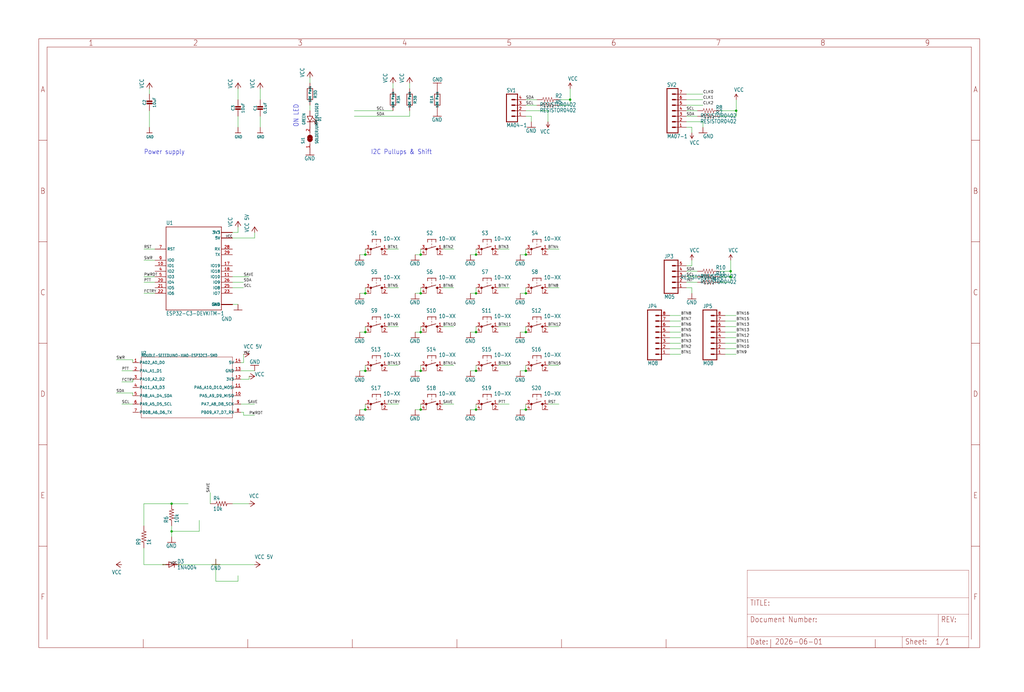
<source format=kicad_sch>
(kicad_sch (version 20231120) (generator "eeschema") (generator_version "8.0")
  (paper "User" 469.9 317.627)
  (junction (at 78.74 231.14))
  (junction (at 167.64 134.62))
  (junction (at 241.3 116.84))
  (junction (at 218.44 152.4))
  (junction (at 193.04 187.96))
  (junction (at 337.82 50.8))
  (junction (at 78.74 243.84))
  (junction (at 241.3 170.18))
  (junction (at 218.44 116.84))
  (junction (at 218.44 170.18))
  (junction (at 167.64 152.4))
  (junction (at 241.3 152.4))
  (junction (at 167.64 187.96))
  (junction (at 218.44 187.96))
  (junction (at 241.3 187.96))
  (junction (at 335.28 127))
  (junction (at 261.62 45.72))
  (junction (at 193.04 152.4))
  (junction (at 167.64 116.84))
  (junction (at 167.64 170.18))
  (junction (at 193.04 116.84))
  (junction (at 241.3 134.62))
  (junction (at 335.28 124.46))
  (junction (at 193.04 134.62))
  (junction (at 218.44 134.62))
  (junction (at 193.04 170.18))
  (wire (pts (xy 218.44 152.4) (xy 218.44 149.86)) (stroke (width 0.1524)))
  (wire (pts (xy 110.49 185.42) (xy 116.84 185.42)) (stroke (width 0.1524)))
  (wire (pts (xy 332.74 154.94) (xy 337.82 154.94)) (stroke (width 0.1524)))
  (wire (pts (xy 190.5 187.96) (xy 193.04 187.96)) (stroke (width 0.1524)))
  (wire (pts (xy 71.12 127) (xy 66.04 127)) (stroke (width 0.1524)))
  (wire (pts (xy 116.84 190.5) (xy 111.76 190.5)) (stroke (width 0.1524)))
  (wire (pts (xy 81.28 259.08) (xy 116.84 259.08)) (stroke (width 0.1524)))
  (wire (pts (xy 203.2 114.3) (xy 208.28 114.3)) (stroke (width 0.1524)))
  (wire (pts (xy 177.8 149.86) (xy 182.88 149.86)) (stroke (width 0.1524)))
  (wire (pts (xy 241.3 116.84) (xy 241.3 114.3)) (stroke (width 0.1524)))
  (wire (pts (xy 55.88 185.42) (xy 60.96 185.42)) (stroke (width 0.1524)))
  (wire (pts (xy 251.46 185.42) (xy 256.54 185.42)) (stroke (width 0.1524)))
  (wire (pts (xy 106.68 132.08) (xy 111.76 132.08)) (stroke (width 0.1524)))
  (wire (pts (xy 167.64 152.4) (xy 167.64 149.86)) (stroke (width 0.1524)))
  (wire (pts (xy 241.3 152.4) (xy 241.3 149.86)) (stroke (width 0.1524)))
  (wire (pts (xy 203.2 185.42) (xy 208.28 185.42)) (stroke (width 0.1524)))
  (wire (pts (xy 190.5 116.84) (xy 193.04 116.84)) (stroke (width 0.1524)))
  (wire (pts (xy 307.34 162.56) (xy 312.42 162.56)) (stroke (width 0.1524)))
  (wire (pts (xy 317.5 121.92) (xy 317.5 119.38)) (stroke (width 0.1524)))
  (wire (pts (xy 177.8 114.3) (xy 182.88 114.3)) (stroke (width 0.1524)))
  (wire (pts (xy 238.76 152.4) (xy 241.3 152.4)) (stroke (width 0.1524)))
  (wire (pts (xy 106.68 231.14) (xy 114.3 231.14)) (stroke (width 0.1524)))
  (wire (pts (xy 106.68 139.7) (xy 109.22 139.7)) (stroke (width 0.1524)))
  (wire (pts (xy 193.04 187.96) (xy 193.04 185.42)) (stroke (width 0.1524)))
  (wire (pts (xy 241.3 187.96) (xy 241.3 185.42)) (stroke (width 0.1524)))
  (wire (pts (xy 314.96 127) (xy 320.04 127)) (stroke (width 0.1524)))
  (wire (pts (xy 167.64 134.62) (xy 167.64 132.08)) (stroke (width 0.1524)))
  (wire (pts (xy 241.3 170.18) (xy 241.3 167.64)) (stroke (width 0.1524)))
  (wire (pts (xy 116.84 109.22) (xy 116.84 106.68)) (stroke (width 0.1524)))
  (wire (pts (xy 190.5 134.62) (xy 193.04 134.62)) (stroke (width 0.1524)))
  (wire (pts (xy 187.96 40.64) (xy 187.96 38.1)) (stroke (width 0.1524)))
  (wire (pts (xy 332.74 149.86) (xy 337.82 149.86)) (stroke (width 0.1524)))
  (wire (pts (xy 53.34 180.34) (xy 60.96 180.34)) (stroke (width 0.1524)))
  (wire (pts (xy 193.04 152.4) (xy 193.04 149.86)) (stroke (width 0.1524)))
  (wire (pts (xy 78.74 243.84) (xy 91.44 243.84)) (stroke (width 0.1524)))
  (wire (pts (xy 66.04 114.3) (xy 71.12 114.3)) (stroke (width 0.1524)))
  (wire (pts (xy 78.74 243.84) (xy 78.74 246.38)) (stroke (width 0.1524)))
  (wire (pts (xy 307.34 147.32) (xy 312.42 147.32)) (stroke (width 0.1524)))
  (wire (pts (xy 218.44 134.62) (xy 218.44 132.08)) (stroke (width 0.1524)))
  (wire (pts (xy 322.58 55.88) (xy 322.58 58.42)) (stroke (width 0.1524)))
  (wire (pts (xy 66.04 241.3) (xy 66.04 231.14)) (stroke (width 0.1524)))
  (wire (pts (xy 238.76 116.84) (xy 241.3 116.84)) (stroke (width 0.1524)))
  (wire (pts (xy 335.28 124.46) (xy 335.28 119.38)) (stroke (width 0.1524)))
  (wire (pts (xy 314.96 121.92) (xy 317.5 121.92)) (stroke (width 0.1524)))
  (wire (pts (xy 332.74 147.32) (xy 337.82 147.32)) (stroke (width 0.1524)))
  (wire (pts (xy 165.1 187.96) (xy 167.64 187.96)) (stroke (width 0.1524)))
  (wire (pts (xy 187.96 53.34) (xy 162.56 53.34)) (stroke (width 0.1524)))
  (wire (pts (xy 215.9 187.96) (xy 218.44 187.96)) (stroke (width 0.1524)))
  (wire (pts (xy 110.49 189.23) (xy 111.76 189.23)) (stroke (width 0.1524)))
  (wire (pts (xy 119.38 40.64) (xy 119.38 45.72)) (stroke (width 0.1524)))
  (wire (pts (xy 96.52 231.14) (xy 96.52 226.06)) (stroke (width 0.1524)))
  (wire (pts (xy 314.96 53.34) (xy 320.04 53.34)) (stroke (width 0.1524)))
  (wire (pts (xy 165.1 134.62) (xy 167.64 134.62)) (stroke (width 0.1524)))
  (wire (pts (xy 215.9 170.18) (xy 218.44 170.18)) (stroke (width 0.1524)))
  (wire (pts (xy 78.74 231.14) (xy 86.36 231.14)) (stroke (width 0.1524)))
  (wire (pts (xy 314.96 124.46) (xy 320.04 124.46)) (stroke (width 0.1524)))
  (wire (pts (xy 228.6 185.42) (xy 233.68 185.42)) (stroke (width 0.1524)))
  (wire (pts (xy 66.04 259.08) (xy 76.2 259.08)) (stroke (width 0.1524)))
  (wire (pts (xy 190.5 170.18) (xy 193.04 170.18)) (stroke (width 0.1524)))
  (wire (pts (xy 60.96 181.61) (xy 60.96 180.34)) (stroke (width 0.1524)))
  (wire (pts (xy 332.74 144.78) (xy 337.82 144.78)) (stroke (width 0.1524)))
  (wire (pts (xy 111.76 162.56) (xy 111.76 166.37)) (stroke (width 0.1524)))
  (wire (pts (xy 190.5 152.4) (xy 193.04 152.4)) (stroke (width 0.1524)))
  (wire (pts (xy 251.46 167.64) (xy 256.54 167.64)) (stroke (width 0.1524)))
  (wire (pts (xy 241.3 134.62) (xy 241.3 132.08)) (stroke (width 0.1524)))
  (wire (pts (xy 314.96 45.72) (xy 322.58 45.72)) (stroke (width 0.1524)))
  (wire (pts (xy 307.34 149.86) (xy 312.42 149.86)) (stroke (width 0.1524)))
  (wire (pts (xy 109.22 40.64) (xy 109.22 45.72)) (stroke (width 0.1524)))
  (wire (pts (xy 330.2 124.46) (xy 335.28 124.46)) (stroke (width 0.1524)))
  (wire (pts (xy 167.64 170.18) (xy 167.64 167.64)) (stroke (width 0.1524)))
  (wire (pts (xy 109.22 106.68) (xy 109.22 104.14)) (stroke (width 0.1524)))
  (wire (pts (xy 215.9 116.84) (xy 218.44 116.84)) (stroke (width 0.1524)))
  (wire (pts (xy 165.1 170.18) (xy 167.64 170.18)) (stroke (width 0.1524)))
  (wire (pts (xy 109.22 53.34) (xy 109.22 58.42)) (stroke (width 0.1524)))
  (wire (pts (xy 238.76 187.96) (xy 241.3 187.96)) (stroke (width 0.1524)))
  (wire (pts (xy 71.12 119.38) (xy 66.04 119.38)) (stroke (width 0.1524)))
  (wire (pts (xy 142.24 35.56) (xy 142.24 38.1)) (stroke (width 0.1524)))
  (wire (pts (xy 60.96 165.1) (xy 53.34 165.1)) (stroke (width 0.1524)))
  (wire (pts (xy 241.3 53.34) (xy 243.84 53.34)) (stroke (width 0.1524)))
  (wire (pts (xy 238.76 134.62) (xy 241.3 134.62)) (stroke (width 0.1524)))
  (wire (pts (xy 261.62 48.26) (xy 261.62 45.72)) (stroke (width 0.1524)))
  (wire (pts (xy 330.2 127) (xy 335.28 127)) (stroke (width 0.1524)))
  (wire (pts (xy 307.34 144.78) (xy 312.42 144.78)) (stroke (width 0.1524)))
  (wire (pts (xy 110.49 173.99) (xy 114.3 173.99)) (stroke (width 0.1524)))
  (wire (pts (xy 251.46 149.86) (xy 256.54 149.86)) (stroke (width 0.1524)))
  (wire (pts (xy 106.68 109.22) (xy 116.84 109.22)) (stroke (width 0.1524)))
  (wire (pts (xy 332.74 160.02) (xy 337.82 160.02)) (stroke (width 0.1524)))
  (wire (pts (xy 116.84 170.18) (xy 110.49 170.18)) (stroke (width 0.1524)))
  (wire (pts (xy 218.44 187.96) (xy 218.44 185.42)) (stroke (width 0.1524)))
  (wire (pts (xy 142.24 50.8) (xy 142.24 48.26)) (stroke (width 0.1524)))
  (wire (pts (xy 314.96 55.88) (xy 322.58 55.88)) (stroke (width 0.1524)))
  (wire (pts (xy 251.46 114.3) (xy 256.54 114.3)) (stroke (width 0.1524)))
  (wire (pts (xy 177.8 132.08) (xy 182.88 132.08)) (stroke (width 0.1524)))
  (wire (pts (xy 228.6 114.3) (xy 233.68 114.3)) (stroke (width 0.1524)))
  (wire (pts (xy 228.6 167.64) (xy 233.68 167.64)) (stroke (width 0.1524)))
  (wire (pts (xy 330.2 129.54) (xy 335.28 129.54)) (stroke (width 0.1524)))
  (wire (pts (xy 177.8 185.42) (xy 182.88 185.42)) (stroke (width 0.1524)))
  (wire (pts (xy 241.3 48.26) (xy 246.38 48.26)) (stroke (width 0.1524)))
  (wire (pts (xy 228.6 149.86) (xy 233.68 149.86)) (stroke (width 0.1524)))
  (wire (pts (xy 335.28 129.54) (xy 335.28 127)) (stroke (width 0.1524)))
  (wire (pts (xy 180.34 50.8) (xy 162.56 50.8)) (stroke (width 0.1524)))
  (wire (pts (xy 193.04 170.18) (xy 193.04 167.64)) (stroke (width 0.1524)))
  (wire (pts (xy 251.46 132.08) (xy 256.54 132.08)) (stroke (width 0.1524)))
  (wire (pts (xy 307.34 157.48) (xy 312.42 157.48)) (stroke (width 0.1524)))
  (wire (pts (xy 66.04 134.62) (xy 71.12 134.62)) (stroke (width 0.1524)))
  (wire (pts (xy 218.44 170.18) (xy 218.44 167.64)) (stroke (width 0.1524)))
  (wire (pts (xy 60.96 166.37) (xy 60.96 165.1)) (stroke (width 0.1524)))
  (wire (pts (xy 114.3 173.99) (xy 114.3 172.72)) (stroke (width 0.1524)))
  (wire (pts (xy 180.34 38.1) (xy 180.34 40.64)) (stroke (width 0.1524)))
  (wire (pts (xy 99.06 266.7) (xy 109.22 266.7)) (stroke (width 0.1524)))
  (wire (pts (xy 66.04 129.54) (xy 71.12 129.54)) (stroke (width 0.1524)))
  (wire (pts (xy 332.74 157.48) (xy 337.82 157.48)) (stroke (width 0.1524)))
  (wire (pts (xy 317.5 58.42) (xy 317.5 60.96)) (stroke (width 0.1524)))
  (wire (pts (xy 330.2 53.34) (xy 337.82 53.34)) (stroke (width 0.1524)))
  (wire (pts (xy 238.76 170.18) (xy 241.3 170.18)) (stroke (width 0.1524)))
  (wire (pts (xy 106.68 129.54) (xy 111.76 129.54)) (stroke (width 0.1524)))
  (wire (pts (xy 119.38 53.34) (xy 119.38 58.42)) (stroke (width 0.1524)))
  (wire (pts (xy 55.88 175.26) (xy 60.96 175.26)) (stroke (width 0.1524)))
  (wire (pts (xy 111.76 166.37) (xy 110.49 166.37)) (stroke (width 0.1524)))
  (wire (pts (xy 165.1 116.84) (xy 167.64 116.84)) (stroke (width 0.1524)))
  (wire (pts (xy 177.8 167.64) (xy 182.88 167.64)) (stroke (width 0.1524)))
  (wire (pts (xy 307.34 154.94) (xy 312.42 154.94)) (stroke (width 0.1524)))
  (wire (pts (xy 193.04 116.84) (xy 193.04 114.3)) (stroke (width 0.1524)))
  (wire (pts (xy 203.2 167.64) (xy 208.28 167.64)) (stroke (width 0.1524)))
  (wire (pts (xy 167.64 187.96) (xy 167.64 185.42)) (stroke (width 0.1524)))
  (wire (pts (xy 91.44 243.84) (xy 91.44 238.76)) (stroke (width 0.1524)))
  (wire (pts (xy 241.3 45.72) (xy 246.38 45.72)) (stroke (width 0.1524)))
  (wire (pts (xy 78.74 241.3) (xy 78.74 243.84)) (stroke (width 0.1524)))
  (wire (pts (xy 256.54 45.72) (xy 261.62 45.72)) (stroke (width 0.1524)))
  (wire (pts (xy 60.96 175.26) (xy 60.96 173.99)) (stroke (width 0.1524)))
  (wire (pts (xy 187.96 50.8) (xy 187.96 53.34)) (stroke (width 0.1524)))
  (wire (pts (xy 314.96 48.26) (xy 322.58 48.26)) (stroke (width 0.1524)))
  (wire (pts (xy 218.44 116.84) (xy 218.44 114.3)) (stroke (width 0.1524)))
  (wire (pts (xy 215.9 152.4) (xy 218.44 152.4)) (stroke (width 0.1524)))
  (wire (pts (xy 66.04 251.46) (xy 66.04 259.08)) (stroke (width 0.1524)))
  (wire (pts (xy 332.74 162.56) (xy 337.82 162.56)) (stroke (width 0.1524)))
  (wire (pts (xy 165.1 152.4) (xy 167.64 152.4)) (stroke (width 0.1524)))
  (wire (pts (xy 314.96 129.54) (xy 320.04 129.54)) (stroke (width 0.1524)))
  (wire (pts (xy 314.96 132.08) (xy 317.5 132.08)) (stroke (width 0.1524)))
  (wire (pts (xy 68.58 40.64) (xy 68.58 43.18)) (stroke (width 0.1524)))
  (wire (pts (xy 314.96 43.18) (xy 322.58 43.18)) (stroke (width 0.1524)))
  (wire (pts (xy 251.46 50.8) (xy 251.46 55.88)) (stroke (width 0.1524)))
  (wire (pts (xy 337.82 53.34) (xy 337.82 50.8)) (stroke (width 0.1524)))
  (wire (pts (xy 111.76 189.23) (xy 111.76 190.5)) (stroke (width 0.1524)))
  (wire (pts (xy 256.54 48.26) (xy 261.62 48.26)) (stroke (width 0.1524)))
  (wire (pts (xy 314.96 50.8) (xy 320.04 50.8)) (stroke (width 0.1524)))
  (wire (pts (xy 55.88 170.18) (xy 60.96 170.18)) (stroke (width 0.1524)))
  (wire (pts (xy 203.2 149.86) (xy 208.28 149.86)) (stroke (width 0.1524)))
  (wire (pts (xy 99.06 256.54) (xy 99.06 266.7)) (stroke (width 0.1524)))
  (wire (pts (xy 337.82 50.8) (xy 337.82 45.72)) (stroke (width 0.1524)))
  (wire (pts (xy 307.34 160.02) (xy 312.42 160.02)) (stroke (width 0.1524)))
  (wire (pts (xy 317.5 132.08) (xy 317.5 134.62)) (stroke (width 0.1524)))
  (wire (pts (xy 215.9 134.62) (xy 218.44 134.62)) (stroke (width 0.1524)))
  (wire (pts (xy 330.2 50.8) (xy 337.82 50.8)) (stroke (width 0.1524)))
  (wire (pts (xy 66.04 231.14) (xy 78.74 231.14)) (stroke (width 0.1524)))
  (wire (pts (xy 241.3 50.8) (xy 251.46 50.8)) (stroke (width 0.1524)))
  (wire (pts (xy 243.84 53.34) (xy 243.84 55.88)) (stroke (width 0.1524)))
  (wire (pts (xy 106.68 106.68) (xy 109.22 106.68)) (stroke (width 0.1524)))
  (wire (pts (xy 332.74 152.4) (xy 337.82 152.4)) (stroke (width 0.1524)))
  (wire (pts (xy 109.22 266.7) (xy 109.22 264.16)) (stroke (width 0.1524)))
  (wire (pts (xy 203.2 132.08) (xy 208.28 132.08)) (stroke (width 0.1524)))
  (wire (pts (xy 335.28 127) (xy 335.28 124.46)) (stroke (width 0.1524)))
  (wire (pts (xy 228.6 132.08) (xy 233.68 132.08)) (stroke (width 0.1524)))
  (wire (pts (xy 167.64 116.84) (xy 167.64 114.3)) (stroke (width 0.1524)))
  (wire (pts (xy 261.62 45.72) (xy 261.62 40.64)) (stroke (width 0.1524)))
  (wire (pts (xy 106.68 127) (xy 114.3 127)) (stroke (width 0.1524)))
  (wire (pts (xy 314.96 58.42) (xy 317.5 58.42)) (stroke (width 0.1524)))
  (wire (pts (xy 307.34 152.4) (xy 312.42 152.4)) (stroke (width 0.1524)))
  (wire (pts (xy 193.04 134.62) (xy 193.04 132.08)) (stroke (width 0.1524)))
  (wire (pts (xy 68.58 58.42) (xy 68.58 50.8)) (stroke (width 0.1524)))
  (text "ON LED" (at 137.16 58.42 90) (effects (font (size 2.1844 1.8567)) (justify left bottom)))
  (text "Power supply" (at 66.04 71.12 0) (effects (font (size 2.1844 1.8567)) (justify left bottom)))
  (text "I2C Pullups & Shift" (at 170.18 71.12 0) (effects (font (size 2.1844 1.8567)) (justify left bottom)))
  (label "SDA" (at 314.96 53.34 0) (effects (font (size 1.2446 1.2446))))
  (label "BTN12" (at 337.82 154.94 0) (effects (font (size 1.2446 1.2446))))
  (label "SDA" (at 111.76 129.54 0) (effects (font (size 1.2446 1.2446))))
  (label "PTT" (at 55.88 170.18 0) (effects (font (size 1.2446 1.2446))))
  (label "BTN9" (at 337.82 162.56 0) (effects (font (size 1.2446 1.2446))))
  (label "BTN15" (at 337.82 147.32 0) (effects (font (size 1.2446 1.2446))))
  (label "BTN8" (at 312.42 144.78 0) (effects (font (size 1.2446 1.2446))))
  (label "PTT" (at 66.04 129.54 0) (effects (font (size 1.2446 1.2446))))
  (label "CLK2" (at 322.58 48.26 0) (effects (font (size 1.2446 1.2446))))
  (label "RST" (at 251.46 185.42 0) (effects (font (size 1.2446 1.2446))))
  (label "BTN4" (at 251.46 114.3 0) (effects (font (size 1.2446 1.2446))))
  (label "SCL" (at 172.72 50.8 0) (effects (font (size 1.2446 1.2446))))
  (label "SCL" (at 314.96 50.8 0) (effects (font (size 1.2446 1.2446))))
  (label "SWR" (at 53.34 165.1 0) (effects (font (size 1.2446 1.2446))))
  (label "SCL" (at 314.96 127 0) (effects (font (size 1.2446 1.2446))))
  (label "PWRDT" (at 66.04 127 0) (effects (font (size 1.2446 1.2446))))
  (label "SDA" (at 172.72 53.34 0) (effects (font (size 1.2446 1.2446))))
  (label "BTN10" (at 203.2 149.86 0) (effects (font (size 1.2446 1.2446))))
  (label "BTN6" (at 203.2 132.08 0) (effects (font (size 1.2446 1.2446))))
  (label "FCTRY" (at 177.8 185.42 0) (effects (font (size 1.2446 1.2446))))
  (label "BTN6" (at 312.42 149.86 0) (effects (font (size 1.2446 1.2446))))
  (label "BTN2" (at 203.2 114.3 0) (effects (font (size 1.2446 1.2446))))
  (label "VCC" (at 81.28 259.08 180) (effects (font (size 1.016 1.016))))
  (label "BTN5" (at 312.42 152.4 0) (effects (font (size 1.2446 1.2446))))
  (label "SWR" (at 66.04 119.38 0) (effects (font (size 1.2446 1.2446))))
  (label "BTN4" (at 312.42 154.94 0) (effects (font (size 1.2446 1.2446))))
  (label "BTN3" (at 228.6 114.3 0) (effects (font (size 1.2446 1.2446))))
  (label "BTN7" (at 312.42 147.32 0) (effects (font (size 1.2446 1.2446))))
  (label "BTN8" (at 251.46 132.08 0) (effects (font (size 1.2446 1.2446))))
  (label "BTN13" (at 337.82 149.86 0) (effects (font (size 1.2446 1.2446))))
  (label "INT" (at 314.96 129.54 0) (effects (font (size 1.2446 1.2446))))
  (label "BTN2" (at 312.42 160.02 0) (effects (font (size 1.2446 1.2446))))
  (label "FCTRY" (at 55.88 175.26 0) (effects (font (size 1.2446 1.2446))))
  (label "BTN13" (at 177.8 167.64 0) (effects (font (size 1.2446 1.2446))))
  (label "CLK1" (at 322.58 45.72 0) (effects (font (size 1.2446 1.2446))))
  (label "SAVE" (at 203.2 185.42 0) (effects (font (size 1.2446 1.2446))))
  (label "BTN9" (at 177.8 149.86 0) (effects (font (size 1.2446 1.2446))))
  (label "SCL" (at 241.3 48.26 0) (effects (font (size 1.2446 1.2446))))
  (label "FCTRY" (at 66.04 134.62 0) (effects (font (size 1.2446 1.2446))))
  (label "BTN3" (at 312.42 157.48 0) (effects (font (size 1.2446 1.2446))))
  (label "BTN11" (at 228.6 149.86 0) (effects (font (size 1.2446 1.2446))))
  (label "SAVE" (at 111.76 127 0) (effects (font (size 1.2446 1.2446))))
  (label "SDA" (at 241.3 45.72 0) (effects (font (size 1.2446 1.2446))))
  (label "CLK0" (at 322.58 43.18 0) (effects (font (size 1.2446 1.2446))))
  (label "BTN1" (at 312.42 162.56 0) (effects (font (size 1.2446 1.2446))))
  (label "SDA" (at 314.96 124.46 0) (effects (font (size 1.2446 1.2446))))
  (label "BTN13" (at 337.82 152.4 0) (effects (font (size 1.2446 1.2446))))
  (label "SAVE" (at 96.52 226.06 90) (effects (font (size 1.2446 1.2446))))
  (label "VCC" (at 106.68 109.22 180) (effects (font (size 1.016 1.016))))
  (label "BTN15" (at 228.6 167.64 0) (effects (font (size 1.2446 1.2446))))
  (label "RST" (at 66.04 114.3 0) (effects (font (size 1.2446 1.2446))))
  (label "PTT" (at 228.6 185.42 0) (effects (font (size 1.2446 1.2446))))
  (label "SAVE" (at 113.665 185.42 0) (effects (font (size 1.2446 1.2446))))
  (label "BTN14" (at 203.2 167.64 0) (effects (font (size 1.2446 1.2446))))
  (label "BTN16" (at 251.46 167.64 0) (effects (font (size 1.2446 1.2446))))
  (label "BTN12" (at 251.46 149.86 0) (effects (font (size 1.2446 1.2446))))
  (label "SDA" (at 53.34 180.34 0) (effects (font (size 1.2446 1.2446))))
  (label "SCL" (at 111.76 132.08 0) (effects (font (size 1.2446 1.2446))))
  (label "BTN5" (at 177.8 132.08 0) (effects (font (size 1.2446 1.2446))))
  (label "PWRDT" (at 114.3 190.5 0) (effects (font (size 1.2446 1.2446))))
  (label "BTN10" (at 337.82 160.02 0) (effects (font (size 1.2446 1.2446))))
  (label "BTN1" (at 177.8 114.3 0) (effects (font (size 1.2446 1.2446))))
  (label "BTN7" (at 228.6 132.08 0) (effects (font (size 1.2446 1.2446))))
  (label "SCL" (at 55.88 185.42 0) (effects (font (size 1.2446 1.2446))))
  (label "BTN11" (at 337.82 157.48 0) (effects (font (size 1.2446 1.2446))))
  (label "VCC" (at 111.76 162.56 0) (effects (font (size 1.016 1.016))))
  (label "BTN16" (at 337.82 144.78 0) (effects (font (size 1.2446 1.2446))))
  (symbol (lib_id "vfo-eagle-import:GND") (at 68.58 60.96 0) (unit 1)
    (property "Reference" "#U$13" (effects (hide yes)))
    (property "Value" "GND" (at 67.056 63.5 0) (effects (font (size 1.27 1.0795)) (justify left bottom)))
  )
  (symbol (lib_id "vfo-eagle-import:GND") (at 109.22 60.96 0) (unit 1)
    (property "Reference" "#U$5" (effects (hide yes)))
    (property "Value" "GND" (at 107.696 63.5 0) (effects (font (size 1.27 1.0795)) (justify left bottom)))
  )
  (symbol (lib_id "vfo-eagle-import:RESISTOR_4PACK") (at 187.96 45.72 270) (unit 2)
    (property "Reference" "R3" (at 190.5 45.72 0))
    (property "Value" "10K Pack" (at 187.96 45.72 0) (effects (font (size 1.016 1.016) (thickness 0.2032) (bold yes))))
    (property "Footprint" "vfo:RESPACK_4X0603" (effects (hide yes)))
  )
  (symbol (lib_id "vfo-eagle-import:RESISTOR_4PACK") (at 200.66 45.72 90) (unit 1)
    (property "Reference" "R1" (at 198.12 45.72 0))
    (property "Value" "10K Pack" (at 200.66 45.72 0) (effects (font (size 1.016 1.016) (thickness 0.2032) (bold yes))))
    (property "Footprint" "vfo:RESPACK_4X0603" (effects (hide yes)))
  )
  (symbol (lib_id "vfo-eagle-import:R-US_0204/7") (at 101.6 231.14 0) (unit 1)
    (property "Reference" "R4" (at 97.79 229.6414 0) (effects (font (size 1.778 1.5113)) (justify left bottom)))
    (property "Value" "10k" (at 97.79 234.442 0) (effects (font (size 1.778 1.5113)) (justify left bottom)))
    (property "Footprint" "vfo:0204_7" (effects (hide yes)))
  )
  (symbol (lib_id "vfo-eagle-import:RESISTOR0402") (at 325.12 124.46 0) (unit 1)
    (property "Reference" "R10" (at 328.422 123.7234 0) (effects (font (size 1.778 1.5113)) (justify left bottom)))
    (property "Value" "RESISTOR0402" (at 321.31 127.762 0) (effects (font (size 1.778 1.5113)) (justify left bottom)))
    (property "Footprint" "vfo:C0402" (effects (hide yes)))
  )
  (symbol (lib_id "vfo-eagle-import:10-XX") (at 198.12 114.3 270) (unit 1)
    (property "Reference" "S2" (at 195.58 107.95 90) (effects (font (size 1.778 1.5113)) (justify left bottom)))
    (property "Value" "10-XX" (at 201.295 110.49 90) (effects (font (size 1.778 1.5113)) (justify left bottom)))
    (property "Footprint" "vfo:B3F-10XX" (effects (hide yes)))
  )
  (symbol (lib_id "vfo-eagle-import:RESISTOR_4PACK") (at 142.24 43.18 270) (unit 4)
    (property "Reference" "R3" (at 144.78 43.18 0))
    (property "Value" "10K Pack" (at 142.24 43.18 0) (effects (font (size 1.016 1.016) (thickness 0.2032) (bold yes))))
    (property "Footprint" "vfo:RESPACK_4X0603" (effects (hide yes)))
  )
  (symbol (lib_id "vfo-eagle-import:supply1_GND") (at 142.24 71.12 0) (unit 1)
    (property "Reference" "#GND6" (effects (hide yes)))
    (property "Value" "GND" (at 139.7 73.66 0) (effects (font (size 1.778 1.5113)) (justify left bottom)))
  )
  (symbol (lib_id "vfo-eagle-import:MA07-1") (at 307.34 50.8 0) (unit 1)
    (property "Reference" "SV2" (at 306.07 39.878 0) (effects (font (size 1.778 1.5113)) (justify left bottom)))
    (property "Value" "MA07-1" (at 306.07 63.5 0) (effects (font (size 1.778 1.5113)) (justify left bottom)))
    (property "Footprint" "vfo:MA07-1" (effects (hide yes)))
  )
  (symbol (lib_id "vfo-eagle-import:RESISTOR0402") (at 251.46 45.72 0) (unit 1)
    (property "Reference" "R2" (at 254.762 44.9834 0) (effects (font (size 1.778 1.5113)) (justify left bottom)))
    (property "Value" "RESISTOR0402" (at 247.65 49.022 0) (effects (font (size 1.778 1.5113)) (justify left bottom)))
    (property "Footprint" "vfo:C0402" (effects (hide yes)))
  )
  (symbol (lib_id "vfo-eagle-import:supply1_GND") (at 215.9 172.72 0) (unit 1)
    (property "Reference" "#GND20" (effects (hide yes)))
    (property "Value" "GND" (at 213.36 175.26 0) (effects (font (size 1.778 1.5113)) (justify left bottom)))
  )
  (symbol (lib_id "vfo-eagle-import:10-XX") (at 172.72 167.64 270) (unit 1)
    (property "Reference" "S13" (at 170.18 161.29 90) (effects (font (size 1.778 1.5113)) (justify left bottom)))
    (property "Value" "10-XX" (at 175.895 163.83 90) (effects (font (size 1.778 1.5113)) (justify left bottom)))
    (property "Footprint" "vfo:B3F-10XX" (effects (hide yes)))
  )
  (symbol (lib_id "vfo-eagle-import:supply1_GND") (at 190.5 137.16 0) (unit 1)
    (property "Reference" "#GND15" (effects (hide yes)))
    (property "Value" "GND" (at 187.96 139.7 0) (effects (font (size 1.778 1.5113)) (justify left bottom)))
  )
  (symbol (lib_id "vfo-eagle-import:R-US_0204/7") (at 66.04 246.38 90) (unit 1)
    (property "Reference" "R9" (at 64.5414 250.19 0) (effects (font (size 1.778 1.5113)) (justify left bottom)))
    (property "Value" "1k" (at 69.342 250.19 0) (effects (font (size 1.778 1.5113)) (justify left bottom)))
    (property "Footprint" "vfo:0204_7" (effects (hide yes)))
  )
  (symbol (lib_id "vfo-eagle-import:supply1_GND") (at 165.1 172.72 0) (unit 1)
    (property "Reference" "#GND10" (effects (hide yes)))
    (property "Value" "GND" (at 162.56 175.26 0) (effects (font (size 1.778 1.5113)) (justify left bottom)))
  )
  (symbol (lib_id "vfo-eagle-import:VCC") (at 187.96 35.56 0) (unit 1)
    (property "Reference" "#P+2" (effects (hide yes)))
    (property "Value" "VCC" (at 185.42 38.1 90) (effects (font (size 1.778 1.5113)) (justify left bottom)))
  )
  (symbol (lib_id "vfo-eagle-import:supply1_GND") (at 109.22 142.24 0) (unit 1)
    (property "Reference" "#GND26" (effects (hide yes)))
    (property "Value" "GND" (at 101.6 147.32 0) (effects (font (size 1.778 1.5113)) (justify left bottom)))
  )
  (symbol (lib_id "vfo-eagle-import:supply1_GND") (at 190.5 190.5 0) (unit 1)
    (property "Reference" "#GND12" (effects (hide yes)))
    (property "Value" "GND" (at 187.96 193.04 0) (effects (font (size 1.778 1.5113)) (justify left bottom)))
  )
  (symbol (lib_id "vfo-eagle-import:VCC") (at 116.84 231.14 270) (unit 1)
    (property "Reference" "#P+15" (effects (hide yes)))
    (property "Value" "VCC" (at 114.3 228.6 90) (effects (font (size 1.778 1.5113)) (justify left bottom)))
  )
  (symbol (lib_id "vfo-eagle-import:VCC") (at 53.34 259.08 90) (unit 1)
    (property "Reference" "#P+17" (effects (hide yes)))
    (property "Value" "VCC" (at 55.88 261.62 90) (effects (font (size 1.778 1.5113)) (justify left bottom)))
  )
  (symbol (lib_id "vfo-eagle-import:RESISTOR0402") (at 251.46 48.26 0) (unit 1)
    (property "Reference" "R5" (at 254.762 47.7774 0) (effects (font (size 1.778 1.5113)) (justify left bottom)))
    (property "Value" "RESISTOR0402" (at 247.65 51.562 0) (effects (font (size 1.778 1.5113)) (justify left bottom)))
    (property "Footprint" "vfo:C0402" (effects (hide yes)))
  )
  (symbol (lib_id "vfo-eagle-import:LED0603_NOOUTLINE") (at 142.24 55.88 270) (unit 1)
    (property "Reference" "D1" (at 146.685 54.61 0) (effects (font (size 1.27 1.0795))))
    (property "Value" "GREEN" (at 139.446 54.61 0) (effects (font (size 1.27 1.0795))))
    (property "Footprint" "vfo:CHIPLED_0603_NOOUTLINE" (effects (hide yes)))
  )
  (symbol (lib_id "vfo-eagle-import:supply1_GND") (at 238.76 119.38 0) (unit 1)
    (property "Reference" "#GND22" (effects (hide yes)))
    (property "Value" "GND" (at 236.22 121.92 0) (effects (font (size 1.778 1.5113)) (justify left bottom)))
  )
  (symbol (lib_id "vfo-eagle-import:10-XX") (at 223.52 185.42 270) (unit 1)
    (property "Reference" "S19" (at 220.98 179.07 90) (effects (font (size 1.778 1.5113)) (justify left bottom)))
    (property "Value" "10-XX" (at 226.695 181.61 90) (effects (font (size 1.778 1.5113)) (justify left bottom)))
    (property "Footprint" "vfo:B3F-10XX" (effects (hide yes)))
  )
  (symbol (lib_id "vfo-eagle-import:VCC") (at 180.34 35.56 0) (unit 1)
    (property "Reference" "#P+1" (effects (hide yes)))
    (property "Value" "VCC" (at 177.8 38.1 90) (effects (font (size 1.778 1.5113)) (justify left bottom)))
  )
  (symbol (lib_id "vfo-eagle-import:VCC") (at 109.22 38.1 0) (unit 1)
    (property "Reference" "#P+5" (effects (hide yes)))
    (property "Value" "VCC" (at 106.68 40.64 90) (effects (font (size 1.778 1.5113)) (justify left bottom)))
  )
  (symbol (lib_id "vfo-eagle-import:M08") (at 327.66 154.94 0) (unit 1)
    (property "Reference" "JP5" (at 322.58 141.478 0) (effects (font (size 1.778 1.5113)) (justify left bottom)))
    (property "Value" "M08" (at 322.58 167.64 0) (effects (font (size 1.778 1.5113)) (justify left bottom)))
    (property "Footprint" "vfo:1X08" (effects (hide yes)))
  )
  (symbol (lib_id "vfo-eagle-import:supply1_GND") (at 238.76 172.72 0) (unit 1)
    (property "Reference" "#GND25" (effects (hide yes)))
    (property "Value" "GND" (at 236.22 175.26 0) (effects (font (size 1.778 1.5113)) (justify left bottom)))
  )
  (symbol (lib_id "vfo-eagle-import:VCC") (at 109.22 101.6 0) (unit 1)
    (property "Reference" "#P+9" (effects (hide yes)))
    (property "Value" "VCC" (at 106.68 104.14 90) (effects (font (size 1.778 1.5113)) (justify left bottom)))
  )
  (symbol (lib_id "vfo-eagle-import:RESISTOR0402") (at 325.12 53.34 0) (unit 1)
    (property "Reference" "R7" (at 328.422 52.6034 0) (effects (font (size 1.778 1.5113)) (justify left bottom)))
    (property "Value" "RESISTOR0402" (at 321.31 56.642 0) (effects (font (size 1.778 1.5113)) (justify left bottom)))
    (property "Footprint" "vfo:C0402" (effects (hide yes)))
  )
  (symbol (lib_id "vfo-eagle-import:RESISTOR0402") (at 325.12 127 0) (unit 1)
    (property "Reference" "R11" (at 328.422 126.5174 0) (effects (font (size 1.778 1.5113)) (justify left bottom)))
    (property "Value" "RESISTOR0402" (at 321.31 130.302 0) (effects (font (size 1.778 1.5113)) (justify left bottom)))
    (property "Footprint" "vfo:C0402" (effects (hide yes)))
  )
  (symbol (lib_id "vfo-eagle-import:SparkFun_VCC") (at 317.5 119.38 0) (unit 1)
    (property "Reference" "#P+12" (effects (hide yes)))
    (property "Value" "VCC" (at 316.484 115.824 0) (effects (font (size 1.778 1.5113)) (justify left bottom)))
  )
  (symbol (lib_id "vfo-eagle-import:M08") (at 302.26 154.94 0) (unit 1)
    (property "Reference" "JP4" (at 297.18 141.478 0) (effects (font (size 1.778 1.5113)) (justify left bottom)))
    (property "Value" "M08" (at 297.18 167.64 0) (effects (font (size 1.778 1.5113)) (justify left bottom)))
    (property "Footprint" "vfo:1X08" (effects (hide yes)))
  )
  (symbol (lib_id "vfo-eagle-import:10-XX") (at 198.12 185.42 270) (unit 1)
    (property "Reference" "S18" (at 195.58 179.07 90) (effects (font (size 1.778 1.5113)) (justify left bottom)))
    (property "Value" "10-XX" (at 201.295 181.61 90) (effects (font (size 1.778 1.5113)) (justify left bottom)))
    (property "Footprint" "vfo:B3F-10XX" (effects (hide yes)))
  )
  (symbol (lib_id "vfo-eagle-import:supply1_GND") (at 215.9 190.5 0) (unit 1)
    (property "Reference" "#GND21" (effects (hide yes)))
    (property "Value" "GND" (at 213.36 193.04 0) (effects (font (size 1.778 1.5113)) (justify left bottom)))
  )
  (symbol (lib_id "vfo-eagle-import:10-XX") (at 172.72 149.86 270) (unit 1)
    (property "Reference" "S9" (at 170.18 143.51 90) (effects (font (size 1.778 1.5113)) (justify left bottom)))
    (property "Value" "10-XX" (at 175.895 146.05 90) (effects (font (size 1.778 1.5113)) (justify left bottom)))
    (property "Footprint" "vfo:B3F-10XX" (effects (hide yes)))
  )
  (symbol (lib_id "vfo-eagle-import:10-XX") (at 223.52 114.3 270) (unit 1)
    (property "Reference" "S3" (at 220.98 107.95 90) (effects (font (size 1.778 1.5113)) (justify left bottom)))
    (property "Value" "10-XX" (at 226.695 110.49 90) (effects (font (size 1.778 1.5113)) (justify left bottom)))
    (property "Footprint" "vfo:B3F-10XX" (effects (hide yes)))
  )
  (symbol (lib_id "vfo-eagle-import:FRAME_B_L") (at 342.9 297.18 0) (unit 2)
    (property "Reference" "#FRAME1" (effects (hide yes)))
    (property "Value" "FRAME_B_L" (effects (hide yes)))
  )
  (symbol (lib_id "vfo-eagle-import:supply1_GND") (at 165.1 137.16 0) (unit 1)
    (property "Reference" "#GND8" (effects (hide yes)))
    (property "Value" "GND" (at 162.56 139.7 0) (effects (font (size 1.778 1.5113)) (justify left bottom)))
  )
  (symbol (lib_id "vfo-eagle-import:SOLDERJUMPERCLOSED") (at 142.24 63.5 90) (unit 1)
    (property "Reference" "SJ1" (at 139.7 66.04 0) (effects (font (size 1.27 1.0795)) (justify left bottom)))
    (property "Value" "SOLDERJUMPERCLOSED" (at 146.05 66.04 0) (effects (font (size 1.27 1.0795)) (justify left bottom)))
    (property "Footprint" "vfo:SOLDERJUMPER_CLOSEDWIRE" (effects (hide yes)))
  )
  (symbol (lib_id "vfo-eagle-import:supply1_GND") (at 190.5 172.72 0) (unit 1)
    (property "Reference" "#GND13" (effects (hide yes)))
    (property "Value" "GND" (at 187.96 175.26 0) (effects (font (size 1.778 1.5113)) (justify left bottom)))
  )
  (symbol (lib_id "vfo-eagle-import:10-XX") (at 172.72 132.08 270) (unit 1)
    (property "Reference" "S5" (at 170.18 125.73 90) (effects (font (size 1.778 1.5113)) (justify left bottom)))
    (property "Value" "10-XX" (at 175.895 128.27 90) (effects (font (size 1.778 1.5113)) (justify left bottom)))
    (property "Footprint" "vfo:B3F-10XX" (effects (hide yes)))
  )
  (symbol (lib_id "vfo-eagle-import:ESP32-C3-DEVKITM-1") (at 88.9 121.92 0) (unit 1)
    (property "Reference" "U1" (at 76.2 103.251 0) (effects (font (size 1.778 1.5113)) (justify left bottom)))
    (property "Value" "ESP32-C3-DEVKITM-1" (at 76.2 144.78 0) (effects (font (size 1.778 1.5113)) (justify left bottom)))
    (property "Footprint" "vfo:XCVR_ESP32-C3-DEVKITM-1" (effects (hide yes)))
  )
  (symbol (lib_id "vfo-eagle-import:10-XX") (at 246.38 114.3 270) (unit 1)
    (property "Reference" "S4" (at 243.84 107.95 90) (effects (font (size 1.778 1.5113)) (justify left bottom)))
    (property "Value" "10-XX" (at 249.555 110.49 90) (effects (font (size 1.778 1.5113)) (justify left bottom)))
    (property "Footprint" "vfo:B3F-10XX" (effects (hide yes)))
  )
  (symbol (lib_id "vfo-eagle-import:10-XX") (at 246.38 149.86 270) (unit 1)
    (property "Reference" "S12" (at 243.84 143.51 90) (effects (font (size 1.778 1.5113)) (justify left bottom)))
    (property "Value" "10-XX" (at 249.555 146.05 90) (effects (font (size 1.778 1.5113)) (justify left bottom)))
    (property "Footprint" "vfo:B3F-10XX" (effects (hide yes)))
  )
  (symbol (lib_id "vfo-eagle-import:supply1_GND") (at 165.1 190.5 0) (unit 1)
    (property "Reference" "#GND11" (effects (hide yes)))
    (property "Value" "GND" (at 162.56 193.04 0) (effects (font (size 1.778 1.5113)) (justify left bottom)))
  )
  (symbol (lib_id "vfo-eagle-import:10-XX") (at 223.52 167.64 270) (unit 1)
    (property "Reference" "S15" (at 220.98 161.29 90) (effects (font (size 1.778 1.5113)) (justify left bottom)))
    (property "Value" "10-XX" (at 226.695 163.83 90) (effects (font (size 1.778 1.5113)) (justify left bottom)))
    (property "Footprint" "vfo:B3F-10XX" (effects (hide yes)))
  )
  (symbol (lib_id "vfo-eagle-import:supply1_GND") (at 238.76 190.5 0) (unit 1)
    (property "Reference" "#GND27" (effects (hide yes)))
    (property "Value" "GND" (at 236.22 193.04 0) (effects (font (size 1.778 1.5113)) (justify left bottom)))
  )
  (symbol (lib_id "vfo-eagle-import:supply1_GND") (at 165.1 154.94 0) (unit 1)
    (property "Reference" "#GND9" (effects (hide yes)))
    (property "Value" "GND" (at 162.56 157.48 0) (effects (font (size 1.778 1.5113)) (justify left bottom)))
  )
  (symbol (lib_id "vfo-eagle-import:VCC") (at 116.84 172.72 270) (unit 1)
    (property "Reference" "#P+19" (effects (hide yes)))
    (property "Value" "VCC" (at 116.84 172.72 90) (effects (font (size 1.778 1.5113)) (justify left bottom)))
  )
  (symbol (lib_id "vfo-eagle-import:supply1_GND") (at 116.84 167.64 180) (unit 1)
    (property "Reference" "#GND30" (effects (hide yes)))
    (property "Value" "GND" (at 119.38 165.1 0) (effects (font (size 1.778 1.5113)) (justify left bottom)))
  )
  (symbol (lib_id "vfo-eagle-import:supply1_GND") (at 238.76 154.94 0) (unit 1)
    (property "Reference" "#GND24" (effects (hide yes)))
    (property "Value" "GND" (at 236.22 157.48 0) (effects (font (size 1.778 1.5113)) (justify left bottom)))
  )
  (symbol (lib_id "vfo-eagle-import:MOUDLE-SEEEDUINO-XIAO-ESP32C3-SMD") (at 86.36 177.8 0) (unit 1)
    (property "Reference" "U2" (at 64.77 162.56 0) (effects (font (size 1.27 1.0795)) (justify left bottom)))
    (property "Value" "MOUDLE-SEEEDUINO-XIAO-ESP32C3-SMD" (at 64.77 163.83 0) (effects (font (size 1.27 1.0795)) (justify left bottom)))
    (property "Footprint" "vfo:MOUDLE14P-SMD-2.54-21X17.8MM" (effects (hide yes)))
  )
  (symbol (lib_id "vfo-eagle-import:supply1_GND") (at 78.74 248.92 0) (unit 1)
    (property "Reference" "#GND28" (effects (hide yes)))
    (property "Value" "GND" (at 76.2 251.46 0) (effects (font (size 1.778 1.5113)) (justify left bottom)))
  )
  (symbol (lib_id "vfo-eagle-import:SparkFun_GND") (at 317.5 137.16 0) (unit 1)
    (property "Reference" "#GND4" (effects (hide yes)))
    (property "Value" "GND" (at 314.96 139.7 0) (effects (font (size 1.778 1.5113)) (justify left bottom)))
  )
  (symbol (lib_id "vfo-eagle-import:SparkFun_VCC") (at 251.46 55.88 180) (unit 1)
    (property "Reference" "#P+4" (effects (hide yes)))
    (property "Value" "VCC" (at 252.476 59.436 0) (effects (font (size 1.778 1.5113)) (justify left bottom)))
  )
  (symbol (lib_id "vfo-eagle-import:VCC") (at 68.58 38.1 0) (unit 1)
    (property "Reference" "#P+3" (effects (hide yes)))
    (property "Value" "VCC" (at 66.04 40.64 90) (effects (font (size 1.778 1.5113)) (justify left bottom)))
  )
  (symbol (lib_id "vfo-eagle-import:10-XX") (at 198.12 167.64 270) (unit 1)
    (property "Reference" "S14" (at 195.58 161.29 90) (effects (font (size 1.778 1.5113)) (justify left bottom)))
    (property "Value" "10-XX" (at 201.295 163.83 90) (effects (font (size 1.778 1.5113)) (justify left bottom)))
    (property "Footprint" "vfo:B3F-10XX" (effects (hide yes)))
  )
  (symbol (lib_id "vfo-eagle-import:supply1_GND") (at 215.9 137.16 0) (unit 1)
    (property "Reference" "#GND18" (effects (hide yes)))
    (property "Value" "GND" (at 213.36 139.7 0) (effects (font (size 1.778 1.5113)) (justify left bottom)))
  )
  (symbol (lib_id "vfo-eagle-import:10-XX") (at 198.12 149.86 270) (unit 1)
    (property "Reference" "S10" (at 195.58 143.51 90) (effects (font (size 1.778 1.5113)) (justify left bottom)))
    (property "Value" "10-XX" (at 201.295 146.05 90) (effects (font (size 1.778 1.5113)) (justify left bottom)))
    (property "Footprint" "vfo:B3F-10XX" (effects (hide yes)))
  )
  (symbol (lib_id "vfo-eagle-import:10-XX") (at 223.52 132.08 270) (unit 1)
    (property "Reference" "S7" (at 220.98 125.73 90) (effects (font (size 1.778 1.5113)) (justify left bottom)))
    (property "Value" "10-XX" (at 226.695 128.27 90) (effects (font (size 1.778 1.5113)) (justify left bottom)))
    (property "Footprint" "vfo:B3F-10XX" (effects (hide yes)))
  )
  (symbol (lib_id "vfo-eagle-import:CAP_CERAMIC0805-NOOUTLINE") (at 68.58 48.26 0) (unit 1)
    (property "Reference" "C2" (at 66.29 47.01 90))
    (property "Value" "10uF" (at 70.88 47.01 90))
    (property "Footprint" "vfo:0805-NO" (effects (hide yes)))
  )
  (symbol (lib_id "vfo-eagle-import:1N4004") (at 78.74 259.08 0) (unit 1)
    (property "Reference" "D3" (at 81.28 258.5974 0) (effects (font (size 1.778 1.5113)) (justify left bottom)))
    (property "Value" "1N4004" (at 81.28 261.3914 0) (effects (font (size 1.778 1.5113)) (justify left bottom)))
    (property "Footprint" "vfo:DO41-10" (effects (hide yes)))
  )
  (symbol (lib_id "vfo-eagle-import:supply1_GND") (at 200.66 53.34 0) (unit 1)
    (property "Reference" "#GND2" (effects (hide yes)))
    (property "Value" "GND" (at 198.12 55.88 0) (effects (font (size 1.778 1.5113)) (justify left bottom)))
  )
  (symbol (lib_id "vfo-eagle-import:FRAME_B_L") (at 17.78 297.18 0) (unit 1)
    (property "Reference" "#FRAME1" (effects (hide yes)))
    (property "Value" "FRAME_B_L" (effects (hide yes)))
  )
  (symbol (lib_id "vfo-eagle-import:VCC") (at 119.38 38.1 0) (unit 1)
    (property "Reference" "#P+6" (effects (hide yes)))
    (property "Value" "VCC" (at 116.84 40.64 90) (effects (font (size 1.778 1.5113)) (justify left bottom)))
  )
  (symbol (lib_id "vfo-eagle-import:GND") (at 119.38 60.96 0) (unit 1)
    (property "Reference" "#U$6" (effects (hide yes)))
    (property "Value" "GND" (at 117.856 63.5 0) (effects (font (size 1.27 1.0795)) (justify left bottom)))
  )
  (symbol (lib_id "vfo-eagle-import:supply1_GND") (at 190.5 119.38 0) (unit 1)
    (property "Reference" "#GND16" (effects (hide yes)))
    (property "Value" "GND" (at 187.96 121.92 0) (effects (font (size 1.778 1.5113)) (justify left bottom)))
  )
  (symbol (lib_id "vfo-eagle-import:SparkFun_VCC") (at 261.62 40.64 0) (unit 1)
    (property "Reference" "#P+8" (effects (hide yes)))
    (property "Value" "VCC" (at 260.604 37.084 0) (effects (font (size 1.778 1.5113)) (justify left bottom)))
  )
  (symbol (lib_id "vfo-eagle-import:SparkFun_VCC") (at 335.28 119.38 0) (unit 1)
    (property "Reference" "#P+13" (effects (hide yes)))
    (property "Value" "VCC" (at 334.264 115.824 0) (effects (font (size 1.778 1.5113)) (justify left bottom)))
  )
  (symbol (lib_id "vfo-eagle-import:10-XX") (at 172.72 185.42 270) (unit 1)
    (property "Reference" "S17" (at 170.18 179.07 90) (effects (font (size 1.778 1.5113)) (justify left bottom)))
    (property "Value" "10-XX" (at 175.895 181.61 90) (effects (font (size 1.778 1.5113)) (justify left bottom)))
    (property "Footprint" "vfo:B3F-10XX" (effects (hide yes)))
  )
  (symbol (lib_id "vfo-eagle-import:SparkFun_VCC") (at 337.82 45.72 0) (unit 1)
    (property "Reference" "#P+11" (effects (hide yes)))
    (property "Value" "VCC" (at 336.804 42.164 0) (effects (font (size 1.778 1.5113)) (justify left bottom)))
  )
  (symbol (lib_id "vfo-eagle-import:10-XX") (at 198.12 132.08 270) (unit 1)
    (property "Reference" "S6" (at 195.58 125.73 90) (effects (font (size 1.778 1.5113)) (justify left bottom)))
    (property "Value" "10-XX" (at 201.295 128.27 90) (effects (font (size 1.778 1.5113)) (justify left bottom)))
    (property "Footprint" "vfo:B3F-10XX" (effects (hide yes)))
  )
  (symbol (lib_id "vfo-eagle-import:supply1_GND") (at 238.76 137.16 0) (unit 1)
    (property "Reference" "#GND23" (effects (hide yes)))
    (property "Value" "GND" (at 236.22 139.7 0) (effects (font (size 1.778 1.5113)) (justify left bottom)))
  )
  (symbol (lib_id "vfo-eagle-import:supply1_GND") (at 215.9 119.38 0) (unit 1)
    (property "Reference" "#GND17" (effects (hide yes)))
    (property "Value" "GND" (at 213.36 121.92 0) (effects (font (size 1.778 1.5113)) (justify left bottom)))
  )
  (symbol (lib_id "vfo-eagle-import:VCC") (at 116.84 104.14 0) (unit 1)
    (property "Reference" "#P+14" (effects (hide yes)))
    (property "Value" "VCC 5V" (at 114.3 106.68 90) (effects (font (size 1.778 1.5113)) (justify left bottom)))
  )
  (symbol (lib_id "vfo-eagle-import:10-XX") (at 223.52 149.86 270) (unit 1)
    (property "Reference" "S11" (at 220.98 143.51 90) (effects (font (size 1.778 1.5113)) (justify left bottom)))
    (property "Value" "10-XX" (at 226.695 146.05 90) (effects (font (size 1.778 1.5113)) (justify left bottom)))
    (property "Footprint" "vfo:B3F-10XX" (effects (hide yes)))
  )
  (symbol (lib_id "vfo-eagle-import:10-XX") (at 246.38 185.42 270) (unit 1)
    (property "Reference" "S20" (at 243.84 179.07 90) (effects (font (size 1.778 1.5113)) (justify left bottom)))
    (property "Value" "10-XX" (at 249.555 181.61 90) (effects (font (size 1.778 1.5113)) (justify left bottom)))
    (property "Footprint" "vfo:B3F-10XX" (effects (hide yes)))
  )
  (symbol (lib_id "vfo-eagle-import:MA04-1") (at 233.68 48.26 0) (unit 1)
    (property "Reference" "SV1" (at 232.41 42.418 0) (effects (font (size 1.778 1.5113)) (justify left bottom)))
    (property "Value" "MA04-1" (at 232.41 58.42 0) (effects (font (size 1.778 1.5113)) (justify left bottom)))
    (property "Footprint" "vfo:MA04-1" (effects (hide yes)))
  )
  (symbol (lib_id "vfo-eagle-import:10-XX") (at 172.72 114.3 270) (unit 1)
    (property "Reference" "S1" (at 170.18 107.95 90) (effects (font (size 1.778 1.5113)) (justify left bottom)))
    (property "Value" "10-XX" (at 175.895 110.49 90) (effects (font (size 1.778 1.5113)) (justify left bottom)))
    (property "Footprint" "vfo:B3F-10XX" (effects (hide yes)))
  )
  (symbol (lib_id "vfo-eagle-import:VCC") (at 142.24 33.02 0) (unit 1)
    (property "Reference" "#P+7" (effects (hide yes)))
    (property "Value" "VCC" (at 139.7 35.56 90) (effects (font (size 1.778 1.5113)) (justify left bottom)))
  )
  (symbol (lib_id "vfo-eagle-import:supply1_GND") (at 215.9 154.94 0) (unit 1)
    (property "Reference" "#GND19" (effects (hide yes)))
    (property "Value" "GND" (at 213.36 157.48 0) (effects (font (size 1.778 1.5113)) (justify left bottom)))
  )
  (symbol (lib_id "vfo-eagle-import:VCC") (at 114.3 162.56 270) (unit 1)
    (property "Reference" "#P+18" (effects (hide yes)))
    (property "Value" "VCC 5V" (at 111.76 160.02 90) (effects (font (size 1.778 1.5113)) (justify left bottom)))
  )
  (symbol (lib_id "vfo-eagle-import:CAP_CERAMIC0603_NO") (at 119.38 50.8 0) (unit 1)
    (property "Reference" "C1" (at 117.09 49.55 90))
    (property "Value" "0.1uF" (at 121.68 49.55 90))
    (property "Footprint" "vfo:0603-NO" (effects (hide yes)))
  )
  (symbol (lib_id "vfo-eagle-import:RESISTOR_4PACK") (at 180.34 45.72 270) (unit 1)
    (property "Reference" "R3" (at 182.88 45.72 0))
    (property "Value" "10K Pack" (at 180.34 45.72 0) (effects (font (size 1.016 1.016) (thickness 0.2032) (bold yes))))
    (property "Footprint" "vfo:RESPACK_4X0603" (effects (hide yes)))
  )
  (symbol (lib_id "vfo-eagle-import:supply1_GND") (at 200.66 38.1 180) (unit 1)
    (property "Reference" "#GND5" (effects (hide yes)))
    (property "Value" "GND" (at 203.2 35.56 0) (effects (font (size 1.778 1.5113)) (justify left bottom)))
  )
  (symbol (lib_id "vfo-eagle-import:M05") (at 307.34 127 0) (unit 1)
    (property "Reference" "JP3" (at 304.8 118.618 0) (effects (font (size 1.778 1.5113)) (justify left bottom)))
    (property "Value" "M05" (at 304.8 137.16 0) (effects (font (size 1.778 1.5113)) (justify left bottom)))
    (property "Footprint" "vfo:1X05" (effects (hide yes)))
  )
  (symbol (lib_id "vfo-eagle-import:SparkFun_GND") (at 243.84 58.42 0) (unit 1)
    (property "Reference" "#GND1" (effects (hide yes)))
    (property "Value" "GND" (at 241.3 60.96 0) (effects (font (size 1.778 1.5113)) (justify left bottom)))
  )
  (symbol (lib_id "vfo-eagle-import:RESISTOR0402") (at 325.12 50.8 0) (unit 1)
    (property "Reference" "R8" (at 328.422 50.3174 0) (effects (font (size 1.778 1.5113)) (justify left bottom)))
    (property "Value" "RESISTOR0402" (at 321.31 54.102 0) (effects (font (size 1.778 1.5113)) (justify left bottom)))
    (property "Footprint" "vfo:C0402" (effects (hide yes)))
  )
  (symbol (lib_id "vfo-eagle-import:10-XX") (at 246.38 132.08 270) (unit 1)
    (property "Reference" "S8" (at 243.84 125.73 90) (effects (font (size 1.778 1.5113)) (justify left bottom)))
    (property "Value" "10-XX" (at 249.555 128.27 90) (effects (font (size 1.778 1.5113)) (justify left bottom)))
    (property "Footprint" "vfo:B3F-10XX" (effects (hide yes)))
  )
  (symbol (lib_id "vfo-eagle-import:RESISTOR0402") (at 325.12 129.54 180) (unit 1)
    (property "Reference" "R12" (at 331.724 127.4826 0) (effects (font (size 1.778 1.5113)) (justify left bottom)))
    (property "Value" "RESISTOR0402" (at 328.93 126.238 0) (effects (font (size 1.778 1.5113)) (justify left bottom)))
    (property "Footprint" "vfo:C0402" (effects (hide yes)))
  )
  (symbol (lib_id "vfo-eagle-import:supply1_GND") (at 99.06 259.08 0) (unit 1)
    (property "Reference" "#GND29" (effects (hide yes)))
    (property "Value" "GND" (at 96.52 261.62 0) (effects (font (size 1.778 1.5113)) (justify left bottom)))
  )
  (symbol (lib_id "vfo-eagle-import:VCC") (at 119.38 259.08 270) (unit 1)
    (property "Reference" "#P+16" (effects (hide yes)))
    (property "Value" "VCC 5V" (at 116.84 256.54 90) (effects (font (size 1.778 1.5113)) (justify left bottom)))
  )
  (symbol (lib_id "vfo-eagle-import:SparkFun_VCC") (at 317.5 60.96 180) (unit 1)
    (property "Reference" "#P+10" (effects (hide yes)))
    (property "Value" "VCC" (at 321.056 64.516 0) (effects (font (size 1.778 1.5113)) (justify left bottom)))
  )
  (symbol (lib_id "vfo-eagle-import:10-XX") (at 246.38 167.64 270) (unit 1)
    (property "Reference" "S16" (at 243.84 161.29 90) (effects (font (size 1.778 1.5113)) (justify left bottom)))
    (property "Value" "10-XX" (at 249.555 163.83 90) (effects (font (size 1.778 1.5113)) (justify left bottom)))
    (property "Footprint" "vfo:B3F-10XX" (effects (hide yes)))
  )
  (symbol (lib_id "vfo-eagle-import:supply1_GND") (at 165.1 119.38 0) (unit 1)
    (property "Reference" "#GND7" (effects (hide yes)))
    (property "Value" "GND" (at 162.56 121.92 0) (effects (font (size 1.778 1.5113)) (justify left bottom)))
  )
  (symbol (lib_id "vfo-eagle-import:supply1_GND") (at 190.5 154.94 0) (unit 1)
    (property "Reference" "#GND14" (effects (hide yes)))
    (property "Value" "GND" (at 187.96 157.48 0) (effects (font (size 1.778 1.5113)) (justify left bottom)))
  )
  (symbol (lib_id "vfo-eagle-import:SparkFun_GND") (at 322.58 60.96 0) (unit 1)
    (property "Reference" "#GND3" (effects (hide yes)))
    (property "Value" "GND" (at 322.58 63.5 0) (effects (font (size 1.778 1.5113)) (justify left bottom)))
  )
  (symbol (lib_id "vfo-eagle-import:CAP_CERAMIC0805-NOOUTLINE") (at 109.22 50.8 0) (unit 1)
    (property "Reference" "C3" (at 106.93 49.55 90))
    (property "Value" "10uF" (at 111.52 49.55 90))
    (property "Footprint" "vfo:0805-NO" (effects (hide yes)))
  )
  (symbol (lib_id "vfo-eagle-import:R-US_0204/7") (at 78.74 236.22 90) (unit 1)
    (property "Reference" "R6" (at 77.2414 240.03 0) (effects (font (size 1.778 1.5113)) (justify left bottom)))
    (property "Value" "10k" (at 82.042 240.03 0) (effects (font (size 1.778 1.5113)) (justify left bottom)))
    (property "Footprint" "vfo:0204_7" (effects (hide yes)))
  )
)
</source>
